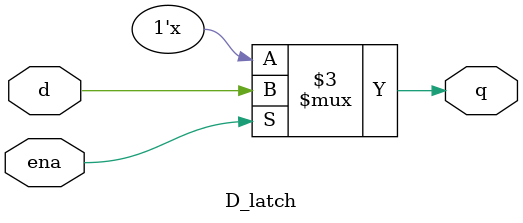
<source format=v>
`timescale 1ns / 1ps


module D_latch(
    input d,
    input ena,
    output reg q
    );
    always @ (*) begin
    if(ena)
    q<=d;
    else
    q<=q;
    end
endmodule

</source>
